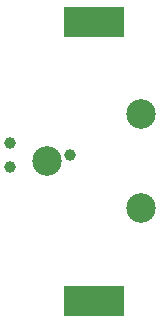
<source format=gbr>
%TF.GenerationSoftware,KiCad,Pcbnew,(6.0.0)*%
%TF.CreationDate,2022-02-13T23:40:39+01:00*%
%TF.ProjectId,LoraTrigger,4c6f7261-5472-4696-9767-65722e6b6963,rev?*%
%TF.SameCoordinates,Original*%
%TF.FileFunction,Soldermask,Bot*%
%TF.FilePolarity,Negative*%
%FSLAX46Y46*%
G04 Gerber Fmt 4.6, Leading zero omitted, Abs format (unit mm)*
G04 Created by KiCad (PCBNEW (6.0.0)) date 2022-02-13 23:40:39*
%MOMM*%
%LPD*%
G01*
G04 APERTURE LIST*
%ADD10C,0.985520*%
%ADD11C,0.988060*%
%ADD12R,5.100000X2.500000*%
%ADD13C,2.500000*%
G04 APERTURE END LIST*
D10*
X101060000Y-69316000D03*
X101060000Y-67284000D03*
D11*
X106140000Y-68300000D03*
D12*
X108200000Y-80600000D03*
X108200000Y-57000000D03*
D13*
X112200000Y-64800000D03*
X112200000Y-72800000D03*
X104200000Y-68800000D03*
M02*

</source>
